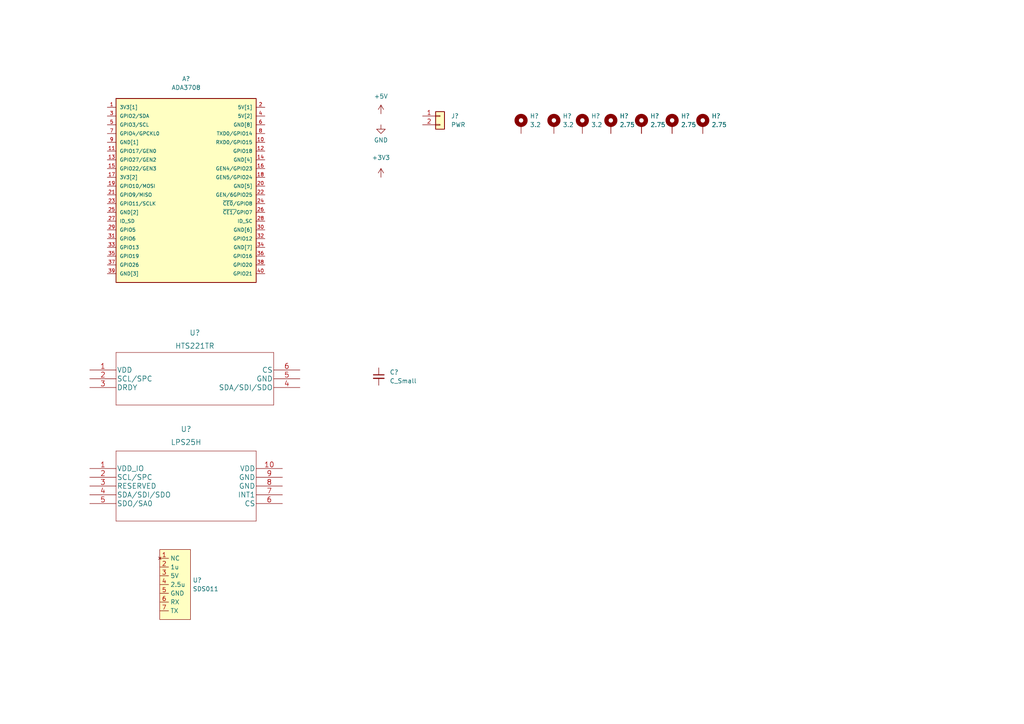
<source format=kicad_sch>
(kicad_sch (version 20211123) (generator eeschema)
  (paper "A4")
  (title_block (title "UNEPG-2022-M04-L02-OBC") (date "2022-03-01") (rev "v1.0") (company "UNISAT.KZ") (comment 1 "Author: Yaakov Azat") (comment 2 "GitHub: @azataiot") (comment 3 "Almaty, 2022"))
  (lib_symbols
    (symbol "Connector_Generic:Conn_01x02" (pin_names (offset 1.016) hide)
      (property "Reference" "J" (at 0 2.54 0))
      (property "Value" "Conn_01x02" (at 0 -5.08 0))
      (symbol "Conn_01x02_1_1"
        (rectangle (start -1.27 -2.413) (end 0 -2.667) (stroke (width 0.1524)))
        (rectangle (start -1.27 0.127) (end 0 -0.127) (stroke (width 0.1524)))
        (rectangle (start -1.27 1.27) (end 1.27 -3.81) (stroke (width 0.254)) (fill (type background)))
        (pin passive line (at -5.08 0 0) (length 3.81) (name "Pin_1") (number "1"))
        (pin passive line (at -5.08 -2.54 0) (length 3.81) (name "Pin_2") (number "2"))
      )
    )
    (symbol "Device:C_Small" (pin_numbers hide) (pin_names (offset 0.254) hide)
      (property "Reference" "C" (at 0.254 1.778 0))
      (property "Value" "C_Small" (at 0.254 -2.032 0))
      (symbol "C_Small_0_1"
        (polyline (pts (xy -1.524 -0.508) (xy 1.524 -0.508)) (stroke (width 0.3302)))
        (polyline (pts (xy -1.524 0.508) (xy 1.524 0.508)) (stroke (width 0.3048)))
      )
      (symbol "C_Small_1_1"
        (pin passive line (at 0 2.54 270) (length 2.032) (name "~") (number "1"))
        (pin passive line (at 0 -2.54 90) (length 2.032) (name "~") (number "2"))
      )
    )
    (symbol "Mechanical:MountingHole_Pad" (pin_numbers hide) (pin_names (offset 1.016) hide)
      (property "Reference" "H" (at 0 6.35 0))
      (property "Value" "MountingHole_Pad" (at 0 4.445 0))
      (symbol "MountingHole_Pad_0_1"
        (circle (center 0 1.27) (radius 1.27) (stroke (width 1.27)))
      )
      (symbol "MountingHole_Pad_1_1"
        (pin input line (at 0 -2.54 90) (length 2.54) (name "1") (number "1"))
      )
    )
    (symbol "OBC:ADA3708" (pin_names (offset 1.016))
      (property "Reference" "A" (at -20.3454 26.6954 0))
      (property "Value" "ADA3708" (at -20.3454 -30.5054 0))
      (symbol "ADA3708_0_0"
        (rectangle (start -20.32 -27.94) (end 20.32 25.4) (stroke (width 0.254)) (fill (type background)))
        (pin power_in line (at -22.86 22.86 0) (length 2.54) (name "3V3[1]") (number "1"))
        (pin bidirectional line (at 22.86 12.7 180) (length 2.54) (name "RXD0/GPIO15") (number "10"))
        (pin bidirectional line (at -22.86 10.16 0) (length 2.54) (name "GPIO17/GEN0") (number "11"))
        (pin bidirectional line (at 22.86 10.16 180) (length 2.54) (name "GPIO18") (number "12"))
        (pin bidirectional line (at -22.86 7.62 0) (length 2.54) (name "GPIO27/GEN2") (number "13"))
        (pin power_in line (at 22.86 7.62 180) (length 2.54) (name "GND[4]") (number "14"))
        (pin bidirectional line (at -22.86 5.08 0) (length 2.54) (name "GPIO22/GEN3") (number "15"))
        (pin bidirectional line (at 22.86 5.08 180) (length 2.54) (name "GEN4/GPIO23") (number "16"))
        (pin power_in line (at -22.86 2.54 0) (length 2.54) (name "3V3[2]") (number "17"))
        (pin bidirectional line (at 22.86 2.54 180) (length 2.54) (name "GEN5/GPIO24") (number "18"))
        (pin bidirectional line (at -22.86 0 0) (length 2.54) (name "GPIO10/MOSI") (number "19"))
        (pin power_in line (at 22.86 22.86 180) (length 2.54) (name "5V[1]") (number "2"))
        (pin power_in line (at 22.86 0 180) (length 2.54) (name "GND[5]") (number "20"))
        (pin bidirectional line (at -22.86 -2.54 0) (length 2.54) (name "GPIO9/MISO") (number "21"))
        (pin bidirectional line (at 22.86 -2.54 180) (length 2.54) (name "GEN/6GPIO25") (number "22"))
        (pin bidirectional line (at -22.86 -5.08 0) (length 2.54) (name "GPIO11/SCLK") (number "23"))
        (pin bidirectional line (at 22.86 -5.08 180) (length 2.54) (name "~{CE0}/GPIO8") (number "24"))
        (pin power_in line (at -22.86 -7.62 0) (length 2.54) (name "GND[2]") (number "25"))
        (pin bidirectional line (at 22.86 -7.62 180) (length 2.54) (name "~{CE1/}GPIO7") (number "26"))
        (pin bidirectional line (at -22.86 -10.16 0) (length 2.54) (name "ID_SD") (number "27"))
        (pin bidirectional line (at 22.86 -10.16 180) (length 2.54) (name "ID_SC") (number "28"))
        (pin bidirectional line (at -22.86 -12.7 0) (length 2.54) (name "GPIO5") (number "29"))
        (pin bidirectional line (at -22.86 20.32 0) (length 2.54) (name "GPIO2/SDA") (number "3"))
        (pin power_in line (at 22.86 -12.7 180) (length 2.54) (name "GND[6]") (number "30"))
        (pin bidirectional line (at -22.86 -15.24 0) (length 2.54) (name "GPIO6") (number "31"))
        (pin bidirectional line (at 22.86 -15.24 180) (length 2.54) (name "GPIO12") (number "32"))
        (pin bidirectional line (at -22.86 -17.78 0) (length 2.54) (name "GPIO13") (number "33"))
        (pin power_in line (at 22.86 -17.78 180) (length 2.54) (name "GND[7]") (number "34"))
        (pin bidirectional line (at -22.86 -20.32 0) (length 2.54) (name "GPIO19") (number "35"))
        (pin bidirectional line (at 22.86 -20.32 180) (length 2.54) (name "GPIO16") (number "36"))
        (pin bidirectional line (at -22.86 -22.86 0) (length 2.54) (name "GPIO26") (number "37"))
        (pin bidirectional line (at 22.86 -22.86 180) (length 2.54) (name "GPIO20") (number "38"))
        (pin power_in line (at -22.86 -25.4 0) (length 2.54) (name "GND[3]") (number "39"))
        (pin power_in line (at 22.86 20.32 180) (length 2.54) (name "5V[2]") (number "4"))
        (pin bidirectional line (at 22.86 -25.4 180) (length 2.54) (name "GPIO21") (number "40"))
        (pin bidirectional line (at -22.86 17.78 0) (length 2.54) (name "GPIO3/SCL") (number "5"))
        (pin power_in line (at 22.86 17.78 180) (length 2.54) (name "GND[8]") (number "6"))
        (pin bidirectional line (at -22.86 15.24 0) (length 2.54) (name "GPIO4/GPCKL0") (number "7"))
        (pin bidirectional line (at 22.86 15.24 180) (length 2.54) (name "TXD0/GPIO14") (number "8"))
        (pin power_in line (at -22.86 12.7 0) (length 2.54) (name "GND[1]") (number "9"))
      )
    )
    (symbol "OBC:HTS221TR" (pin_names (offset 0.254))
      (property "Reference" "U" (at 30.48 10.16 0))
      (property "Value" "HTS221TR" (at 30.48 7.62 0))
      (symbol "HTS221TR_1_1"
        (polyline (pts (xy 7.62 -10.16) (xy 53.34 -10.16)) (stroke (width 0.127)))
        (polyline (pts (xy 7.62 5.08) (xy 7.62 -10.16)) (stroke (width 0.127)))
        (polyline (pts (xy 53.34 -10.16) (xy 53.34 5.08)) (stroke (width 0.127)))
        (polyline (pts (xy 53.34 5.08) (xy 7.62 5.08)) (stroke (width 0.127)))
        (pin power_in line (at 0 0 0) (length 7.62) (name "VDD") (number "1"))
        (pin unspecified line (at 0 -2.54 0) (length 7.62) (name "SCL/SPC") (number "2"))
        (pin unspecified line (at 0 -5.08 0) (length 7.62) (name "DRDY") (number "3"))
        (pin unspecified line (at 60.96 -5.08 180) (length 7.62) (name "SDA/SDI/SDO") (number "4"))
        (pin power_in line (at 60.96 -2.54 180) (length 7.62) (name "GND") (number "5"))
        (pin unspecified line (at 60.96 0 180) (length 7.62) (name "CS") (number "6"))
      )
    )
    (symbol "OBC:LPS25H" (pin_names (offset 0.254))
      (property "Reference" "U" (at 27.94 10.16 0))
      (property "Value" "LPS25H" (at 27.94 7.62 0))
      (symbol "LPS25H_1_1"
        (polyline (pts (xy 7.62 -15.24) (xy 48.26 -15.24)) (stroke (width 0.127)))
        (polyline (pts (xy 7.62 5.08) (xy 7.62 -15.24)) (stroke (width 0.127)))
        (polyline (pts (xy 48.26 -15.24) (xy 48.26 5.08)) (stroke (width 0.127)))
        (polyline (pts (xy 48.26 5.08) (xy 7.62 5.08)) (stroke (width 0.127)))
        (pin power_in line (at 0 0 0) (length 7.62) (name "VDD_IO") (number "1"))
        (pin power_in line (at 55.88 0 180) (length 7.62) (name "VDD") (number "10"))
        (pin bidirectional line (at 0 -2.54 0) (length 7.62) (name "SCL/SPC") (number "2"))
        (pin power_in line (at 0 -5.08 0) (length 7.62) (name "RESERVED") (number "3"))
        (pin bidirectional line (at 0 -7.62 0) (length 7.62) (name "SDA/SDI/SDO") (number "4"))
        (pin bidirectional line (at 0 -10.16 0) (length 7.62) (name "SDO/SA0") (number "5"))
        (pin input line (at 55.88 -10.16 180) (length 7.62) (name "CS") (number "6"))
        (pin output line (at 55.88 -7.62 180) (length 7.62) (name "INT1") (number "7"))
        (pin power_in line (at 55.88 -5.08 180) (length 7.62) (name "GND") (number "8"))
        (pin power_in line (at 55.88 -2.54 180) (length 7.62) (name "GND") (number "9"))
      )
    )
    (symbol "OBC:SDS011"
      (property "Reference" "U" (at 7.62 11.43 0))
      (property "Value" "SDS011" (at 2.54 11.43 0))
      (property "Datasheet" "https://cdn-reichelt.de/documents/datenblatt/X200/SDS011-DATASHEET.pdf" (at 3.81 -12.7 0))
      (property "Author" "Yaakov Azat" (at 15.24 -8.89 0))
      (property "Author GitHub ID" "@azataiot" (at 13.97 7.62 0))
      (symbol "SDS011_0_1"
        (rectangle (start 0 10.16) (end 8.89 -10.16) (fill (type background)))
      )
      (symbol "SDS011_1_1"
        (pin no_connect line (at 0 7.62 0) (length 2.54) (name "NC") (number "1"))
        (pin output line (at 0 5.08 0) (length 2.54) (name "1u") (number "2"))
        (pin power_in line (at 0 2.54 0) (length 2.54) (name "5V") (number "3"))
        (pin output line (at 0 0 0) (length 2.54) (name "2.5u") (number "4"))
        (pin power_in line (at 0 -2.54 0) (length 2.54) (name "GND") (number "5"))
        (pin input line (at 0 -5.08 0) (length 2.54) (name "RX") (number "6"))
        (pin output line (at 0 -7.62 0) (length 2.54) (name "TX") (number "7"))
      )
    )
    (symbol "power:+3V3" (power) (pin_names (offset 0))
      (property "Value" "+3V3" (at 0 3.556 0))
      (symbol "+3V3_0_1"
        (polyline (pts (xy -0.762 1.27) (xy 0 2.54)))
        (polyline (pts (xy 0 0) (xy 0 2.54)))
        (polyline (pts (xy 0 2.54) (xy 0.762 1.27)))
      )
      (symbol "+3V3_1_1"
        (pin power_in line (at 0 0 90) (length 0) hide (name "+3V3") (number "1"))
      )
    )
    (symbol "power:+5V" (power) (pin_names (offset 0))
      (property "Value" "+5V" (at 0 3.556 0))
      (symbol "+5V_0_1"
        (polyline (pts (xy -0.762 1.27) (xy 0 2.54)))
        (polyline (pts (xy 0 0) (xy 0 2.54)))
        (polyline (pts (xy 0 2.54) (xy 0.762 1.27)))
      )
      (symbol "+5V_1_1"
        (pin power_in line (at 0 0 90) (length 0) hide (name "+5V") (number "1"))
      )
    )
    (symbol "power:GND" (power) (pin_names (offset 0))
      (property "Value" "GND" (at 0 -3.81 0))
      (symbol "GND_0_1"
        (polyline (pts (xy 0 0) (xy 0 -1.27) (xy 1.27 -1.27) (xy 0 -2.54) (xy -1.27 -1.27) (xy 0 -1.27)))
      )
      (symbol "GND_1_1"
        (pin power_in line (at 0 0 270) (length 0) hide (name "GND") (number "1"))
      )
    )
  )
  (symbol (lib_id "OBC:LPS25H") (at 26.035 135.89 0) (unit 1)
    (property "Reference" "U?" (at 53.975 124.46 0) (effects (font (size 1.524 1.524))))
    (property "Value" "LPS25H" (at 53.975 128.27 0) (effects (font (size 1.524 1.524))))
    (property "Footprint" "OBC:LPS25H" (effects hide))
  )
  (symbol (lib_id "OBC:SDS011") (at 46.355 169.545 0) (unit 1)
    (property "Reference" "U?" (at 55.88 168.2749 0) (effects (justify left)))
    (property "Value" "SDS011" (at 55.88 170.8149 0) (effects (justify left)))
    (property "Footprint" "OBC:sds011" (effects hide))
    (property "Datasheet" "https://cdn-reichelt.de/documents/datenblatt/X200/SDS011-DATASHEET.pdf" (effects hide))
    (property "Author" "Yaakov Azat" (effects hide))
    (property "Author GitHub ID" "@azataiot" (effects hide))
  )
  (symbol (lib_id "OBC:HTS221TR") (at 26.035 107.315 0) (unit 1)
    (property "Reference" "U?" (at 56.515 96.52 0) (effects (font (size 1.524 1.524))))
    (property "Value" "HTS221TR" (at 56.515 100.33 0) (effects (font (size 1.524 1.524))))
    (property "Footprint" "OBC:HTS221" (effects hide))
  )
  (symbol (lib_id "Mechanical:MountingHole_Pad") (at 203.835 36.195 0) (unit 1)
    (property "Reference" "H?" (at 206.375 33.6549 0) (effects (justify left)))
    (property "Value" "2.75" (at 206.375 36.1949 0) (effects (justify left)))
  )
  (symbol (lib_id "OBC:ADA3708") (at 53.975 53.975 0) (unit 1)
    (property "Reference" "A?" (at 53.975 22.86 0))
    (property "Value" "ADA3708" (at 53.975 25.4 0))
    (property "Footprint" "OBC:RPi_Zero" (effects hide))
    (property "MANUFACTURER" "Raspberry" (effects hide))
    (property "STANDARD" "MAnufactutrer Recommendations" (effects hide))
  )
  (symbol (lib_id "Mechanical:MountingHole_Pad") (at 160.655 36.195 0) (unit 1)
    (property "Reference" "H?" (at 163.195 33.6549 0) (effects (justify left)))
    (property "Value" "3.2" (at 163.195 36.1949 0) (effects (justify left)))
  )
  (symbol (lib_id "power:+5V") (at 110.49 33.02 0) (unit 1)
    (property "Reference" "#PWR?" (effects hide))
    (property "Value" "+5V" (at 110.49 27.94 0))
  )
  (symbol (lib_id "Mechanical:MountingHole_Pad") (at 168.91 36.195 0) (unit 1)
    (property "Reference" "H?" (at 171.45 33.6549 0) (effects (justify left)))
    (property "Value" "3.2" (at 171.45 36.1949 0) (effects (justify left)))
  )
  (symbol (lib_id "Device:C_Small") (at 109.855 109.22 0) (unit 1)
    (property "Reference" "C?" (at 113.03 107.9562 0) (effects (justify left)))
    (property "Value" "C_Small" (at 113.03 110.4962 0) (effects (justify left)))
  )
  (symbol (lib_id "Mechanical:MountingHole_Pad") (at 194.945 36.195 0) (unit 1)
    (property "Reference" "H?" (at 197.485 33.6549 0) (effects (justify left)))
    (property "Value" "2.75" (at 197.485 36.1949 0) (effects (justify left)))
  )
  (symbol (lib_id "power:+3V3") (at 110.49 51.435 0) (unit 1)
    (property "Reference" "#PWR?" (effects hide))
    (property "Value" "+3V3" (at 110.49 45.72 0))
  )
  (symbol (lib_id "Connector_Generic:Conn_01x02") (at 127.635 33.655 0) (unit 1)
    (property "Reference" "J?" (at 130.81 33.6549 0) (effects (justify left)))
    (property "Value" "PWR" (at 130.81 36.1949 0) (effects (justify left)))
  )
  (symbol (lib_id "Mechanical:MountingHole_Pad") (at 177.165 36.195 0) (unit 1)
    (property "Reference" "H?" (at 179.705 33.6549 0) (effects (justify left)))
    (property "Value" "2.75" (at 179.705 36.1949 0) (effects (justify left)))
  )
  (symbol (lib_id "Mechanical:MountingHole_Pad") (at 186.055 36.195 0) (unit 1)
    (property "Reference" "H?" (at 188.595 33.6549 0) (effects (justify left)))
    (property "Value" "2.75" (at 188.595 36.1949 0) (effects (justify left)))
  )
  (symbol (lib_id "power:GND") (at 110.49 36.195 0) (unit 1)
    (property "Reference" "#PWR?" (effects hide))
    (property "Value" "GND" (at 110.49 40.64 0))
  )
  (symbol (lib_id "Mechanical:MountingHole_Pad") (at 151.13 36.195 0) (unit 1)
    (property "Reference" "H?" (at 153.67 33.6549 0) (effects (justify left)))
    (property "Value" "3.2" (at 153.67 36.1949 0) (effects (justify left)))
  )
)
</source>
